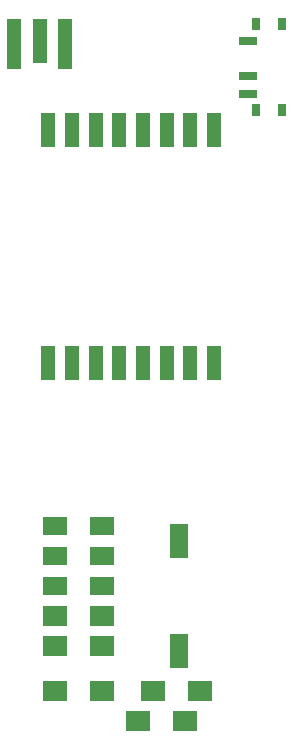
<source format=gbr>
G04 #@! TF.FileFunction,Paste,Bot*
%FSLAX46Y46*%
G04 Gerber Fmt 4.6, Leading zero omitted, Abs format (unit mm)*
G04 Created by KiCad (PCBNEW 4.0.4-stable) date 06/30/17 00:29:43*
%MOMM*%
%LPD*%
G01*
G04 APERTURE LIST*
%ADD10C,0.100000*%
%ADD11R,1.270000X4.191000*%
%ADD12R,1.270000X3.683000*%
%ADD13R,2.000000X1.600000*%
%ADD14R,2.000000X1.700000*%
%ADD15R,1.500000X0.700000*%
%ADD16R,0.800000X1.000000*%
%ADD17R,1.200000X3.000000*%
%ADD18R,1.524000X3.000000*%
G04 APERTURE END LIST*
D10*
D11*
X56781700Y-49339500D03*
X61074300Y-49339500D03*
D12*
X58928000Y-49085500D03*
D11*
X56781700Y-49339500D03*
X61074300Y-49339500D03*
D13*
X60230000Y-90170000D03*
X64230000Y-90170000D03*
X60230000Y-95250000D03*
X64230000Y-95250000D03*
X60230000Y-92710000D03*
X64230000Y-92710000D03*
D14*
X64230000Y-100330000D03*
X60230000Y-100330000D03*
X60230000Y-97790000D03*
X64230000Y-97790000D03*
X71215000Y-106680000D03*
X67215000Y-106680000D03*
X64230000Y-104140000D03*
X60230000Y-104140000D03*
X72485000Y-104140000D03*
X68485000Y-104140000D03*
D15*
X76548000Y-49058000D03*
X76548000Y-52058000D03*
X76548000Y-53558000D03*
D16*
X79408000Y-47658000D03*
X79408000Y-54958000D03*
X77198000Y-54958000D03*
X77198000Y-47658000D03*
D17*
X73660000Y-76330000D03*
X71660000Y-76330000D03*
X69660000Y-76330000D03*
X67660000Y-76330000D03*
X65660000Y-76330000D03*
X63660000Y-76330000D03*
X61660000Y-76330000D03*
X59660000Y-76330000D03*
X59660000Y-56630000D03*
X61660000Y-56630000D03*
X63660000Y-56630000D03*
X65660000Y-56630000D03*
X67660000Y-56630000D03*
X69660000Y-56630000D03*
X71660000Y-56630000D03*
X73660000Y-56630000D03*
D18*
X70688200Y-91465400D03*
X70688200Y-100711000D03*
M02*

</source>
